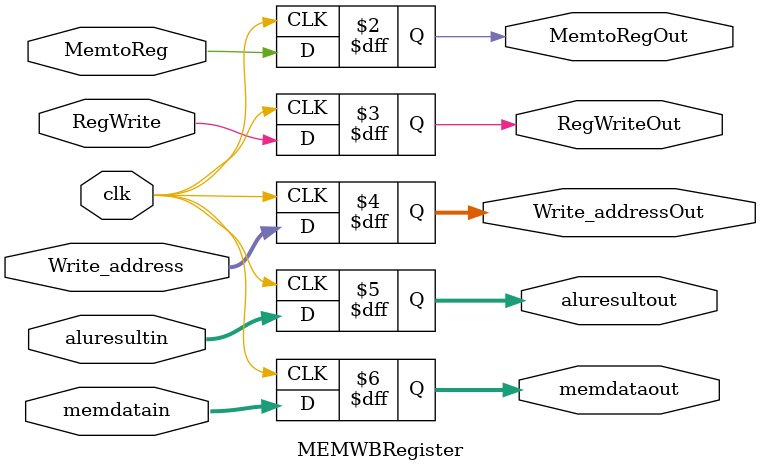
<source format=v>
module MEMWBRegister(MemtoRegOut ,RegWriteOut,Write_addressOut,aluresultout,memdataout,clk,MemtoReg,RegWrite,Write_address,
aluresultin,memdatain);
	input clk,MemtoReg,RegWrite;
	input [4:0] Write_address;
	input [31:0] aluresultin, memdatain;
	output reg MemtoRegOut ,RegWriteOut;
	output reg [4:0] Write_addressOut;
	output reg [31:0] aluresultout, memdataout;

always @ (posedge clk) begin
	MemtoRegOut<=MemtoReg;
    RegWriteOut<=RegWrite;
    Write_addressOut<=Write_address;
	aluresultout = aluresultin;
	memdataout = memdatain;
end

endmodule
</source>
